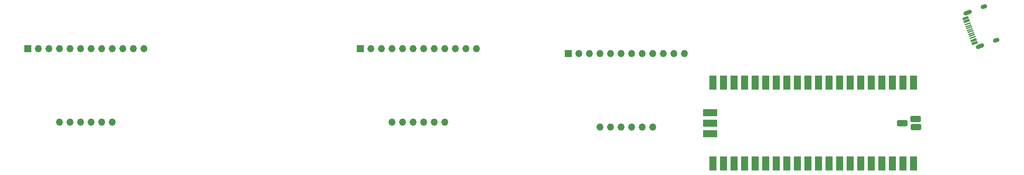
<source format=gbl>
%TF.GenerationSoftware,KiCad,Pcbnew,(6.0.7)*%
%TF.CreationDate,2023-08-09T20:53:38+08:00*%
%TF.ProjectId,chu_main,6368755f-6d61-4696-9e2e-6b696361645f,rev?*%
%TF.SameCoordinates,Original*%
%TF.FileFunction,Copper,L2,Bot*%
%TF.FilePolarity,Positive*%
%FSLAX46Y46*%
G04 Gerber Fmt 4.6, Leading zero omitted, Abs format (unit mm)*
G04 Created by KiCad (PCBNEW (6.0.7)) date 2023-08-09 20:53:38*
%MOMM*%
%LPD*%
G01*
G04 APERTURE LIST*
G04 Aperture macros list*
%AMRoundRect*
0 Rectangle with rounded corners*
0 $1 Rounding radius*
0 $2 $3 $4 $5 $6 $7 $8 $9 X,Y pos of 4 corners*
0 Add a 4 corners polygon primitive as box body*
4,1,4,$2,$3,$4,$5,$6,$7,$8,$9,$2,$3,0*
0 Add four circle primitives for the rounded corners*
1,1,$1+$1,$2,$3*
1,1,$1+$1,$4,$5*
1,1,$1+$1,$6,$7*
1,1,$1+$1,$8,$9*
0 Add four rect primitives between the rounded corners*
20,1,$1+$1,$2,$3,$4,$5,0*
20,1,$1+$1,$4,$5,$6,$7,0*
20,1,$1+$1,$6,$7,$8,$9,0*
20,1,$1+$1,$8,$9,$2,$3,0*%
%AMHorizOval*
0 Thick line with rounded ends*
0 $1 width*
0 $2 $3 position (X,Y) of the first rounded end (center of the circle)*
0 $4 $5 position (X,Y) of the second rounded end (center of the circle)*
0 Add line between two ends*
20,1,$1,$2,$3,$4,$5,0*
0 Add two circle primitives to create the rounded ends*
1,1,$1,$2,$3*
1,1,$1,$4,$5*%
%AMRotRect*
0 Rectangle, with rotation*
0 The origin of the aperture is its center*
0 $1 length*
0 $2 width*
0 $3 Rotation angle, in degrees counterclockwise*
0 Add horizontal line*
21,1,$1,$2,0,0,$3*%
G04 Aperture macros list end*
%TA.AperFunction,ComponentPad*%
%ADD10O,1.700000X1.700000*%
%TD*%
%TA.AperFunction,ComponentPad*%
%ADD11R,1.700000X1.700000*%
%TD*%
%TA.AperFunction,SMDPad,CuDef*%
%ADD12RotRect,0.600000X1.450000X290.000000*%
%TD*%
%TA.AperFunction,SMDPad,CuDef*%
%ADD13RotRect,0.300000X1.450000X290.000000*%
%TD*%
%TA.AperFunction,ComponentPad*%
%ADD14HorizOval,1.000000X-0.516831X-0.188111X0.516831X0.188111X0*%
%TD*%
%TA.AperFunction,ComponentPad*%
%ADD15HorizOval,1.000000X-0.281908X-0.102606X0.281908X0.102606X0*%
%TD*%
%TA.AperFunction,ComponentPad*%
%ADD16RoundRect,0.300000X0.950000X-0.450000X0.950000X0.450000X-0.950000X0.450000X-0.950000X-0.450000X0*%
%TD*%
%TA.AperFunction,SMDPad,CuDef*%
%ADD17R,3.500000X1.700000*%
%TD*%
%TA.AperFunction,SMDPad,CuDef*%
%ADD18R,1.700000X3.500000*%
%TD*%
G04 APERTURE END LIST*
D10*
%TO.P,U3,20,VDD*%
%TO.N,+3V3*%
X140546000Y-141854000D03*
%TO.P,U3,19,LED7/ELE11*%
%TO.N,Net-(K12-Pad1)*%
X148166000Y-124074000D03*
%TO.P,U3,18,LED6/ELE10*%
%TO.N,Net-(K11-Pad1)*%
X145626000Y-124074000D03*
%TO.P,U3,17,LED5/ELE9*%
%TO.N,Net-(K10-Pad1)*%
X143086000Y-124074000D03*
%TO.P,U3,16,LED4/ELE8*%
%TO.N,Net-(K9-Pad1)*%
X140546000Y-124074000D03*
%TO.P,U3,15,LED3/ELE7*%
%TO.N,Net-(K8-Pad1)*%
X138006000Y-124074000D03*
%TO.P,U3,14,LED2/ELE6*%
%TO.N,Net-(K7-Pad1)*%
X135466000Y-124074000D03*
%TO.P,U3,13,LED1/ELE5*%
%TO.N,Net-(K6-Pad1)*%
X132926000Y-124074000D03*
%TO.P,U3,12,LED0/ELE4*%
%TO.N,Net-(K5-Pad1)*%
X130386000Y-124074000D03*
%TO.P,U3,11,ELE3*%
%TO.N,Net-(K4-Pad1)*%
X127846000Y-124074000D03*
%TO.P,U3,10,ELE2*%
%TO.N,Net-(K3-Pad1)*%
X125306000Y-124074000D03*
%TO.P,U3,9,ELE1*%
%TO.N,Net-(K2-Pad1)*%
X122766000Y-124074000D03*
D11*
%TO.P,U3,8,ELE0*%
%TO.N,Net-(K1-Pad1)*%
X120226000Y-124074000D03*
D10*
%TO.P,U3,6,VSS*%
%TO.N,GND*%
X127846000Y-141854000D03*
%TO.P,U3,4,ADDR*%
X130386000Y-141854000D03*
%TO.P,U3,3,SDA*%
%TO.N,/SDA*%
X132926000Y-141854000D03*
%TO.P,U3,2,SCL*%
%TO.N,/SCL*%
X135466000Y-141854000D03*
%TO.P,U3,1,~{IRQ}*%
%TO.N,unconnected-(U3-Pad1)*%
X138006000Y-141854000D03*
%TD*%
%TO.P,U4,20,VDD*%
%TO.N,+3V3*%
X220546000Y-141854000D03*
%TO.P,U4,19,LED7/ELE11*%
%TO.N,Net-(K24-Pad1)*%
X228166000Y-124074000D03*
%TO.P,U4,18,LED6/ELE10*%
%TO.N,Net-(K23-Pad1)*%
X225626000Y-124074000D03*
%TO.P,U4,17,LED5/ELE9*%
%TO.N,Net-(K22-Pad1)*%
X223086000Y-124074000D03*
%TO.P,U4,16,LED4/ELE8*%
%TO.N,Net-(K21-Pad1)*%
X220546000Y-124074000D03*
%TO.P,U4,15,LED3/ELE7*%
%TO.N,Net-(K20-Pad1)*%
X218006000Y-124074000D03*
%TO.P,U4,14,LED2/ELE6*%
%TO.N,Net-(K19-Pad1)*%
X215466000Y-124074000D03*
%TO.P,U4,13,LED1/ELE5*%
%TO.N,Net-(K18-Pad1)*%
X212926000Y-124074000D03*
%TO.P,U4,12,LED0/ELE4*%
%TO.N,Net-(K17-Pad1)*%
X210386000Y-124074000D03*
%TO.P,U4,11,ELE3*%
%TO.N,Net-(K16-Pad1)*%
X207846000Y-124074000D03*
%TO.P,U4,10,ELE2*%
%TO.N,Net-(K15-Pad1)*%
X205306000Y-124074000D03*
%TO.P,U4,9,ELE1*%
%TO.N,Net-(K14-Pad1)*%
X202766000Y-124074000D03*
D11*
%TO.P,U4,8,ELE0*%
%TO.N,Net-(K13-Pad1)*%
X200226000Y-124074000D03*
D10*
%TO.P,U4,6,VSS*%
%TO.N,GND*%
X207846000Y-141854000D03*
%TO.P,U4,4,ADDR*%
%TO.N,/B0*%
X210386000Y-141854000D03*
%TO.P,U4,3,SDA*%
%TO.N,/SDA*%
X212926000Y-141854000D03*
%TO.P,U4,2,SCL*%
%TO.N,/SCL*%
X215466000Y-141854000D03*
%TO.P,U4,1,~{IRQ}*%
%TO.N,unconnected-(U4-Pad1)*%
X218006000Y-141854000D03*
%TD*%
D12*
%TO.P,USB1,1,GND*%
%TO.N,GND*%
X345862050Y-116675336D03*
%TO.P,USB1,2,VBUS*%
%TO.N,+5V*%
X346127116Y-117403598D03*
D13*
%TO.P,USB1,3,SBU2*%
%TO.N,unconnected-(USB1-Pad3)*%
X346366530Y-118061383D03*
%TO.P,USB1,4,CC1*%
%TO.N,Net-(R20-Pad1)*%
X346537540Y-118531229D03*
%TO.P,USB1,5,DN2*%
%TO.N,Net-(U1-PadTP2)*%
X346708550Y-119001076D03*
%TO.P,USB1,6,DP1*%
%TO.N,Net-(U1-PadTP3)*%
X346879560Y-119470922D03*
%TO.P,USB1,7,DN1*%
%TO.N,Net-(U1-PadTP2)*%
X347050570Y-119940768D03*
%TO.P,USB1,8,DP2*%
%TO.N,Net-(U1-PadTP3)*%
X347221580Y-120410614D03*
%TO.P,USB1,9,SBU1*%
%TO.N,unconnected-(USB1-Pad9)*%
X347392590Y-120880461D03*
%TO.P,USB1,10,CC2*%
%TO.N,Net-(R21-Pad1)*%
X347563601Y-121350307D03*
D12*
%TO.P,USB1,11,VBUS*%
%TO.N,+5V*%
X347803015Y-122008092D03*
%TO.P,USB1,12,GND*%
%TO.N,GND*%
X348068080Y-122736354D03*
D14*
%TO.P,USB1,13,SHIELD*%
%TO.N,unconnected-(USB1-Pad13)*%
X346347357Y-115333424D03*
X349302411Y-123452369D03*
D15*
X353230326Y-122022724D03*
X350275272Y-113903780D03*
%TD*%
D10*
%TO.P,U5,20,VDD*%
%TO.N,+3V3*%
X270546000Y-143054000D03*
%TO.P,U5,19,LED7/ELE11*%
%TO.N,unconnected-(U5-Pad19)*%
X278166000Y-125274000D03*
%TO.P,U5,18,LED6/ELE10*%
%TO.N,unconnected-(U5-Pad18)*%
X275626000Y-125274000D03*
%TO.P,U5,17,LED5/ELE9*%
%TO.N,unconnected-(U5-Pad17)*%
X273086000Y-125274000D03*
%TO.P,U5,16,LED4/ELE8*%
%TO.N,unconnected-(U5-Pad16)*%
X270546000Y-125274000D03*
%TO.P,U5,15,LED3/ELE7*%
%TO.N,Net-(K32-Pad1)*%
X268006000Y-125274000D03*
%TO.P,U5,14,LED2/ELE6*%
%TO.N,Net-(K31-Pad1)*%
X265466000Y-125274000D03*
%TO.P,U5,13,LED1/ELE5*%
%TO.N,Net-(K30-Pad1)*%
X262926000Y-125274000D03*
%TO.P,U5,12,LED0/ELE4*%
%TO.N,Net-(K29-Pad1)*%
X260386000Y-125274000D03*
%TO.P,U5,11,ELE3*%
%TO.N,Net-(K28-Pad1)*%
X257846000Y-125274000D03*
%TO.P,U5,10,ELE2*%
%TO.N,Net-(K27-Pad1)*%
X255306000Y-125274000D03*
%TO.P,U5,9,ELE1*%
%TO.N,Net-(K26-Pad1)*%
X252766000Y-125274000D03*
D11*
%TO.P,U5,8,ELE0*%
%TO.N,Net-(K25-Pad1)*%
X250226000Y-125274000D03*
D10*
%TO.P,U5,6,VSS*%
%TO.N,GND*%
X257846000Y-143054000D03*
%TO.P,U5,4,ADDR*%
%TO.N,/SDA*%
X260386000Y-143054000D03*
%TO.P,U5,3,SDA*%
X262926000Y-143054000D03*
%TO.P,U5,2,SCL*%
%TO.N,/SCL*%
X265466000Y-143054000D03*
%TO.P,U5,1,~{IRQ}*%
%TO.N,unconnected-(U5-Pad1)*%
X268006000Y-143054000D03*
%TD*%
D16*
%TO.P,U1,TP3,TP3*%
%TO.N,Net-(U1-PadTP3)*%
X333866000Y-143074000D03*
%TO.P,U1,TP2,TP2*%
%TO.N,Net-(U1-PadTP2)*%
X333846000Y-141074000D03*
%TO.P,U1,TP1,TP1*%
%TO.N,GND*%
X330566000Y-142074000D03*
D17*
%TO.P,U1,43,SWDIO*%
%TO.N,unconnected-(U1-Pad43)*%
X284396000Y-139534000D03*
%TO.P,U1,42,GND*%
%TO.N,unconnected-(U1-Pad42)*%
X284396000Y-142074000D03*
%TO.P,U1,41,SWCLK*%
%TO.N,unconnected-(U1-Pad41)*%
X284396000Y-144614000D03*
D18*
%TO.P,U1,40,VBUS*%
%TO.N,+5V*%
X333326000Y-132274000D03*
%TO.P,U1,39,VSYS*%
%TO.N,unconnected-(U1-Pad39)*%
X330786000Y-132274000D03*
%TO.P,U1,38,GND*%
%TO.N,GND*%
X328246000Y-132274000D03*
%TO.P,U1,37,3V3_EN*%
%TO.N,unconnected-(U1-Pad37)*%
X325706000Y-132274000D03*
%TO.P,U1,36,3V3*%
%TO.N,+3V3*%
X323166000Y-132274000D03*
%TO.P,U1,35,ADC_VREF*%
%TO.N,unconnected-(U1-Pad35)*%
X320626000Y-132274000D03*
%TO.P,U1,34,GPIO28_ADC2*%
%TO.N,unconnected-(U1-Pad34)*%
X318086000Y-132274000D03*
%TO.P,U1,33,AGND*%
%TO.N,GND*%
X315546000Y-132274000D03*
%TO.P,U1,32,GPIO27_ADC1*%
%TO.N,unconnected-(U1-Pad32)*%
X313006000Y-132274000D03*
%TO.P,U1,31,GPIO26_ADC0*%
%TO.N,unconnected-(U1-Pad31)*%
X310466000Y-132274000D03*
%TO.P,U1,30,RUN*%
%TO.N,unconnected-(U1-Pad30)*%
X307926000Y-132274000D03*
%TO.P,U1,29,GPIO22*%
%TO.N,unconnected-(U1-Pad29)*%
X305386000Y-132274000D03*
%TO.P,U1,28,GND*%
%TO.N,GND*%
X302846000Y-132274000D03*
%TO.P,U1,27,GPIO21*%
%TO.N,unconnected-(U1-Pad27)*%
X300306000Y-132274000D03*
%TO.P,U1,26,GPIO20*%
%TO.N,unconnected-(U1-Pad26)*%
X297766000Y-132274000D03*
%TO.P,U1,25,GPIO19*%
%TO.N,unconnected-(U1-Pad25)*%
X295226000Y-132274000D03*
%TO.P,U1,24,GPIO18*%
%TO.N,unconnected-(U1-Pad24)*%
X292686000Y-132274000D03*
%TO.P,U1,23,GND*%
%TO.N,GND*%
X290146000Y-132274000D03*
%TO.P,U1,22,GPIO17*%
%TO.N,unconnected-(U1-Pad22)*%
X287606000Y-132274000D03*
%TO.P,U1,21,GPIO16*%
%TO.N,unconnected-(U1-Pad21)*%
X285066000Y-132274000D03*
%TO.P,U1,20,GPIO15*%
%TO.N,unconnected-(U1-Pad20)*%
X285066000Y-151874000D03*
%TO.P,U1,19,GPIO14*%
%TO.N,unconnected-(U1-Pad19)*%
X287606000Y-151874000D03*
%TO.P,U1,18,GND*%
%TO.N,GND*%
X290146000Y-151874000D03*
%TO.P,U1,17,GPIO13*%
%TO.N,Net-(R4-Pad2)*%
X292686000Y-151874000D03*
%TO.P,U1,16,GPIO12*%
%TO.N,unconnected-(U1-Pad16)*%
X295226000Y-151874000D03*
%TO.P,U1,15,GPIO11*%
%TO.N,unconnected-(U1-Pad15)*%
X297766000Y-151874000D03*
%TO.P,U1,14,GPIO10*%
%TO.N,unconnected-(U1-Pad14)*%
X300306000Y-151874000D03*
%TO.P,U1,13,GND*%
%TO.N,GND*%
X302846000Y-151874000D03*
%TO.P,U1,12,GPIO9*%
%TO.N,unconnected-(U1-Pad12)*%
X305386000Y-151874000D03*
%TO.P,U1,11,GPIO8*%
%TO.N,unconnected-(U1-Pad11)*%
X307926000Y-151874000D03*
%TO.P,U1,10,GPIO7*%
%TO.N,/SCL*%
X310466000Y-151874000D03*
%TO.P,U1,9,GPIO6*%
%TO.N,/SDA*%
X313006000Y-151874000D03*
%TO.P,U1,8,GND*%
%TO.N,GND*%
X315546000Y-151874000D03*
%TO.P,U1,7,GPIO5*%
%TO.N,unconnected-(U1-Pad7)*%
X318086000Y-151874000D03*
%TO.P,U1,6,GPIO4*%
%TO.N,unconnected-(U1-Pad6)*%
X320626000Y-151874000D03*
%TO.P,U1,5,GPIO3*%
%TO.N,unconnected-(U1-Pad5)*%
X323166000Y-151874000D03*
%TO.P,U1,4,GPIO2*%
%TO.N,unconnected-(U1-Pad4)*%
X325706000Y-151874000D03*
%TO.P,U1,3,GND*%
%TO.N,GND*%
X328246000Y-151874000D03*
%TO.P,U1,2,GPIO1*%
%TO.N,unconnected-(U1-Pad2)*%
X330786000Y-151874000D03*
%TO.P,U1,1,GPIO0*%
%TO.N,unconnected-(U1-Pad1)*%
X333326000Y-151874000D03*
%TD*%
M02*

</source>
